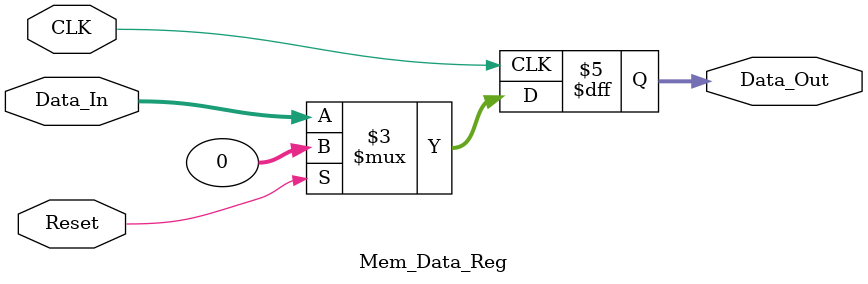
<source format=v>
`timescale 1ns / 1ps
module Mem_Data_Reg(Data_Out,Data_In,CLK,Reset);
output reg [31:0] Data_Out;
input [31:0] Data_In;
input CLK,Reset;


always @ (posedge CLK)
begin
    if(Reset)
       Data_Out <= 0;
    else
        Data_Out <= Data_In;
end
endmodule

</source>
